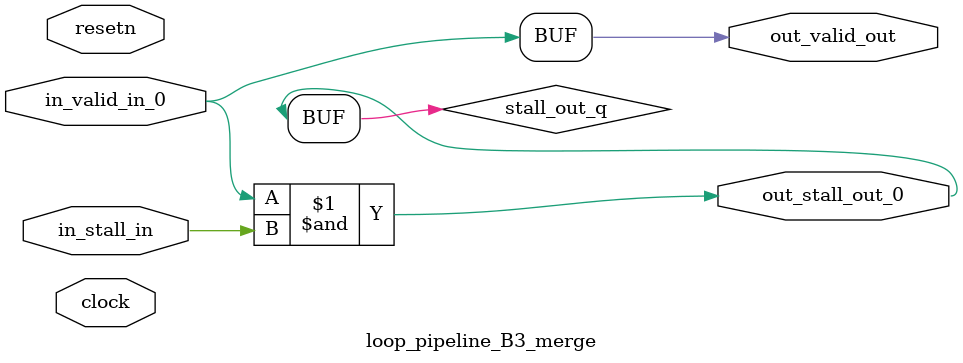
<source format=sv>



(* altera_attribute = "-name AUTO_SHIFT_REGISTER_RECOGNITION OFF; -name MESSAGE_DISABLE 10036; -name MESSAGE_DISABLE 10037; -name MESSAGE_DISABLE 14130; -name MESSAGE_DISABLE 14320; -name MESSAGE_DISABLE 15400; -name MESSAGE_DISABLE 14130; -name MESSAGE_DISABLE 10036; -name MESSAGE_DISABLE 12020; -name MESSAGE_DISABLE 12030; -name MESSAGE_DISABLE 12010; -name MESSAGE_DISABLE 12110; -name MESSAGE_DISABLE 14320; -name MESSAGE_DISABLE 13410; -name MESSAGE_DISABLE 113007; -name MESSAGE_DISABLE 10958" *)
module loop_pipeline_B3_merge (
    input wire [0:0] in_stall_in,
    input wire [0:0] in_valid_in_0,
    output wire [0:0] out_stall_out_0,
    output wire [0:0] out_valid_out,
    input wire clock,
    input wire resetn
    );

    wire [0:0] stall_out_q;


    // stall_out(LOGICAL,6)
    assign stall_out_q = in_valid_in_0 & in_stall_in;

    // out_stall_out_0(GPOUT,4)
    assign out_stall_out_0 = stall_out_q;

    // out_valid_out(GPOUT,5)
    assign out_valid_out = in_valid_in_0;

endmodule

</source>
